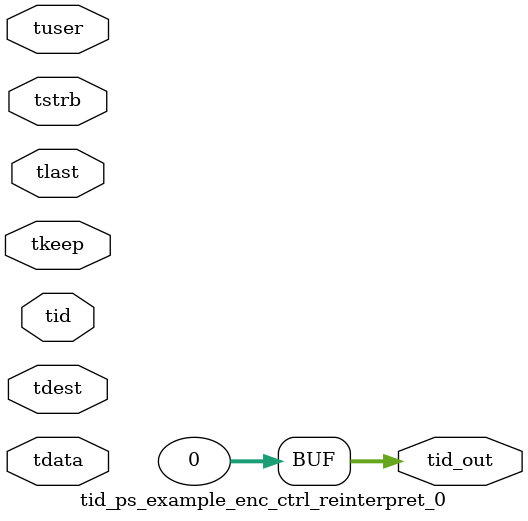
<source format=v>


`timescale 1ps/1ps

module tid_ps_example_enc_ctrl_reinterpret_0 #
(
parameter C_S_AXIS_TID_WIDTH   = 1,
parameter C_S_AXIS_TUSER_WIDTH = 0,
parameter C_S_AXIS_TDATA_WIDTH = 0,
parameter C_S_AXIS_TDEST_WIDTH = 0,
parameter C_M_AXIS_TID_WIDTH   = 32
)
(
input  [(C_S_AXIS_TID_WIDTH   == 0 ? 1 : C_S_AXIS_TID_WIDTH)-1:0       ] tid,
input  [(C_S_AXIS_TDATA_WIDTH == 0 ? 1 : C_S_AXIS_TDATA_WIDTH)-1:0     ] tdata,
input  [(C_S_AXIS_TUSER_WIDTH == 0 ? 1 : C_S_AXIS_TUSER_WIDTH)-1:0     ] tuser,
input  [(C_S_AXIS_TDEST_WIDTH == 0 ? 1 : C_S_AXIS_TDEST_WIDTH)-1:0     ] tdest,
input  [(C_S_AXIS_TDATA_WIDTH/8)-1:0 ] tkeep,
input  [(C_S_AXIS_TDATA_WIDTH/8)-1:0 ] tstrb,
input                                                                    tlast,
output [(C_M_AXIS_TID_WIDTH   == 0 ? 1 : C_M_AXIS_TID_WIDTH)-1:0       ] tid_out
);

assign tid_out = {1'b0};

endmodule


</source>
